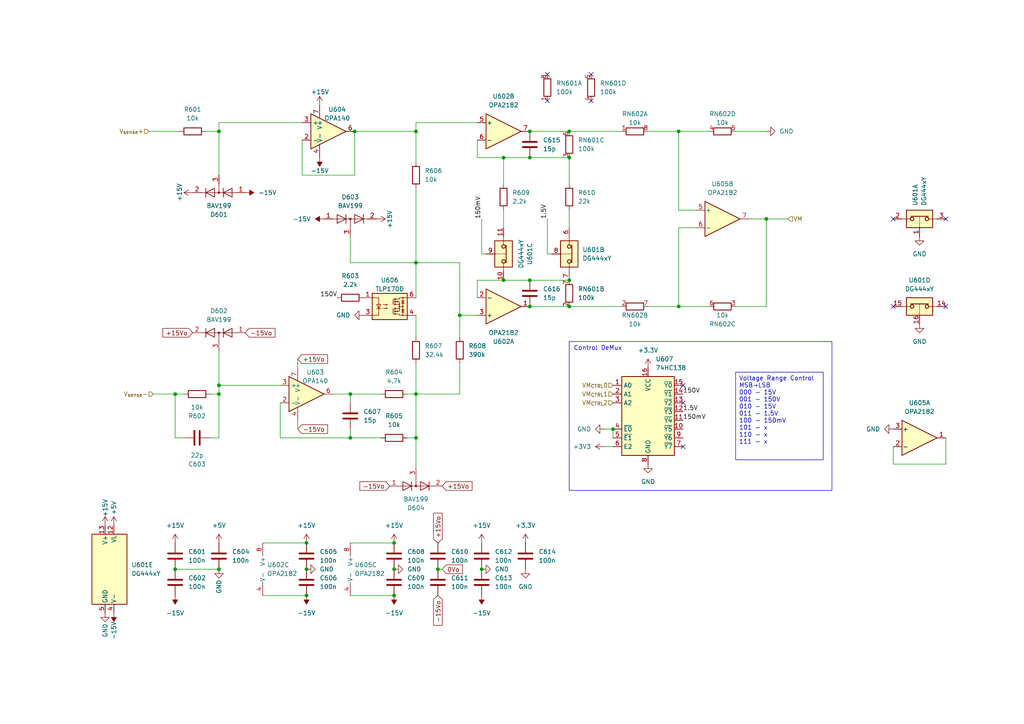
<source format=kicad_sch>
(kicad_sch (version 20231120) (generator "eeschema") (generator_version "8.0")
  (paper "A4")
  (title_block (title "DSMU A1 - Main Analogue Board, Voltage Ranging") (rev "DRAFT 1") (company "Fuckup Industries"))
  (lib_symbols
    (symbol "74xx:74HC138"
      (property "Reference" "U" (at -7.62 13.97 0))
      (property "Value" "74HC138" (at 2.54 -11.43 0))
      (symbol "74HC138_0_1"
        (rectangle (start -7.62 12.7) (end 7.62 -10.16) (stroke (width 0.254)) (fill (type background)))
      )
      (symbol "74HC138_1_1"
        (pin input line (at -10.16 10.16 0) (length 2.54) (name "A0") (number "1"))
        (pin output line (at 10.16 -2.54 180) (length 2.54) (name "~{Y5}") (number "10"))
        (pin output line (at 10.16 0 180) (length 2.54) (name "~{Y4}") (number "11"))
        (pin output line (at 10.16 2.54 180) (length 2.54) (name "~{Y3}") (number "12"))
        (pin output line (at 10.16 5.08 180) (length 2.54) (name "~{Y2}") (number "13"))
        (pin output line (at 10.16 7.62 180) (length 2.54) (name "~{Y1}") (number "14"))
        (pin output line (at 10.16 10.16 180) (length 2.54) (name "~{Y0}") (number "15"))
        (pin power_in line (at 0 15.24 270) (length 2.54) (name "VCC") (number "16"))
        (pin input line (at -10.16 7.62 0) (length 2.54) (name "A1") (number "2"))
        (pin input line (at -10.16 5.08 0) (length 2.54) (name "A2") (number "3"))
        (pin input line (at -10.16 -2.54 0) (length 2.54) (name "~{E0}") (number "4"))
        (pin input line (at -10.16 -5.08 0) (length 2.54) (name "~{E1}") (number "5"))
        (pin input line (at -10.16 -7.62 0) (length 2.54) (name "E2") (number "6"))
        (pin output line (at 10.16 -7.62 180) (length 2.54) (name "~{Y7}") (number "7"))
        (pin power_in line (at 0 -12.7 90) (length 2.54) (name "GND") (number "8"))
        (pin output line (at 10.16 -5.08 180) (length 2.54) (name "~{Y6}") (number "9"))
      )
    )
    (symbol "Analog_Switch:DG411xY" (pin_names (offset 0.254))
      (property "Reference" "U" (at -3.175 5.334 0))
      (property "Value" "DG411xY" (at -3.175 3.556 0))
      (symbol "DG411xY_1_1"
        (rectangle (start -3.81 2.54) (end 3.81 -2.54) (stroke (width 0.254)) (fill (type background)))
        (circle (center -2.159 0) (radius 0.508) (stroke (width 0.254)))
        (polyline (pts (xy -5.08 0) (xy -2.794 0)))
        (polyline (pts (xy -2.54 0.762) (xy 2.54 0.762)) (stroke (width 0.254)))
        (polyline (pts (xy 0 -2.54) (xy 0 -2.032)))
        (polyline (pts (xy 0 -1.778) (xy 0 -1.524)))
        (polyline (pts (xy 0 -1.27) (xy 0 -1.016)))
        (polyline (pts (xy 0 -0.762) (xy 0 -0.508)))
        (polyline (pts (xy 0 -0.254) (xy 0 0)))
        (polyline (pts (xy 0 0.254) (xy 0 0.508)))
        (polyline (pts (xy 5.08 0) (xy 2.794 0)))
        (circle (center 2.159 0) (radius 0.508) (stroke (width 0.254)))
        (pin input line (at 0 -5.08 90) (length 2.54) (name "~") (number "1"))
        (pin passive line (at -7.62 0 0) (length 2.54) (name "~") (number "2"))
        (pin passive line (at 7.62 0 180) (length 2.54) (name "~") (number "3"))
      )
      (symbol "DG411xY_2_1"
        (rectangle (start -3.81 2.54) (end 3.81 -2.54) (stroke (width 0.254)) (fill (type background)))
        (circle (center -2.159 0) (radius 0.508) (stroke (width 0.254)))
        (polyline (pts (xy -5.08 0) (xy -2.794 0)))
        (polyline (pts (xy -2.54 0.762) (xy 2.54 0.762)) (stroke (width 0.254)))
        (polyline (pts (xy 0 -2.54) (xy 0 -2.032)))
        (polyline (pts (xy 0 -1.778) (xy 0 -1.524)))
        (polyline (pts (xy 0 -1.27) (xy 0 -1.016)))
        (polyline (pts (xy 0 -0.762) (xy 0 -0.508)))
        (polyline (pts (xy 0 -0.254) (xy 0 0)))
        (polyline (pts (xy 0 0.254) (xy 0 0.508)))
        (polyline (pts (xy 5.08 0) (xy 2.794 0)))
        (circle (center 2.159 0) (radius 0.508) (stroke (width 0.254)))
        (pin passive line (at -7.62 0 0) (length 2.54) (name "~") (number "6"))
        (pin passive line (at 7.62 0 180) (length 2.54) (name "~") (number "7"))
        (pin input line (at 0 -5.08 90) (length 2.54) (name "~") (number "8"))
      )
      (symbol "DG411xY_3_1"
        (rectangle (start -3.81 2.54) (end 3.81 -2.54) (stroke (width 0.254)) (fill (type background)))
        (circle (center -2.159 0) (radius 0.508) (stroke (width 0.254)))
        (polyline (pts (xy -5.08 0) (xy -2.794 0)))
        (polyline (pts (xy -2.54 0.762) (xy 2.54 0.762)) (stroke (width 0.254)))
        (polyline (pts (xy 0 -2.54) (xy 0 -2.032)))
        (polyline (pts (xy 0 -1.778) (xy 0 -1.524)))
        (polyline (pts (xy 0 -1.27) (xy 0 -1.016)))
        (polyline (pts (xy 0 -0.762) (xy 0 -0.508)))
        (polyline (pts (xy 0 -0.254) (xy 0 0)))
        (polyline (pts (xy 0 0.254) (xy 0 0.508)))
        (polyline (pts (xy 5.08 0) (xy 2.794 0)))
        (circle (center 2.159 0) (radius 0.508) (stroke (width 0.254)))
        (pin passive line (at -7.62 0 0) (length 2.54) (name "~") (number "10"))
        (pin passive line (at 7.62 0 180) (length 2.54) (name "~") (number "11"))
        (pin input line (at 0 -5.08 90) (length 2.54) (name "~") (number "9"))
      )
      (symbol "DG411xY_4_1"
        (rectangle (start -3.81 2.54) (end 3.81 -2.54) (stroke (width 0.254)) (fill (type background)))
        (circle (center -2.159 0) (radius 0.508) (stroke (width 0.254)))
        (polyline (pts (xy -5.08 0) (xy -2.794 0)))
        (polyline (pts (xy -2.54 0.762) (xy 2.54 0.762)) (stroke (width 0.254)))
        (polyline (pts (xy 0 -2.54) (xy 0 -2.032)))
        (polyline (pts (xy 0 -1.778) (xy 0 -1.524)))
        (polyline (pts (xy 0 -1.27) (xy 0 -1.016)))
        (polyline (pts (xy 0 -0.762) (xy 0 -0.508)))
        (polyline (pts (xy 0 -0.254) (xy 0 0)))
        (polyline (pts (xy 0 0.254) (xy 0 0.508)))
        (polyline (pts (xy 5.08 0) (xy 2.794 0)))
        (circle (center 2.159 0) (radius 0.508) (stroke (width 0.254)))
        (pin passive line (at 7.62 0 180) (length 2.54) (name "~") (number "14"))
        (pin passive line (at -7.62 0 0) (length 2.54) (name "~") (number "15"))
        (pin input line (at 0 -5.08 90) (length 2.54) (name "~") (number "16"))
      )
      (symbol "DG411xY_5_0"
        (pin power_in line (at 2.54 12.7 270) (length 2.54) (name "VL") (number "12"))
        (pin power_in line (at 0 12.7 270) (length 2.54) (name "V+") (number "13"))
        (pin power_in line (at 2.54 -12.7 90) (length 2.54) (name "V-") (number "4"))
        (pin power_in line (at 0 -12.7 90) (length 2.54) (name "GND") (number "5"))
      )
      (symbol "DG411xY_5_1"
        (rectangle (start -3.81 10.16) (end 6.35 -10.16) (stroke (width 0.254)) (fill (type background)))
      )
    )
    (symbol "Device:C" (pin_numbers hide) (pin_names (offset 0.254))
      (property "Reference" "C" (at 0.635 2.54 0))
      (property "Value" "C" (at 0.635 -2.54 0))
      (symbol "C_0_1"
        (polyline (pts (xy -2.032 -0.762) (xy 2.032 -0.762)) (stroke (width 0.508)))
        (polyline (pts (xy -2.032 0.762) (xy 2.032 0.762)) (stroke (width 0.508)))
      )
      (symbol "C_1_1"
        (pin passive line (at 0 3.81 270) (length 2.794) (name "~") (number "1"))
        (pin passive line (at 0 -3.81 90) (length 2.794) (name "~") (number "2"))
      )
    )
    (symbol "Device:R" (pin_numbers hide) (pin_names (offset 0))
      (property "Reference" "R" (at 2.032 0 90))
      (property "Value" "R" (at 0 0 90))
      (symbol "R_0_1"
        (rectangle (start -1.016 -2.54) (end 1.016 2.54) (stroke (width 0.254)))
      )
      (symbol "R_1_1"
        (pin passive line (at 0 3.81 270) (length 1.27) (name "~") (number "1"))
        (pin passive line (at 0 -3.81 90) (length 1.27) (name "~") (number "2"))
      )
    )
    (symbol "Device:R_Pack04_Split" (pin_names (offset 0) hide)
      (property "Reference" "RN" (at 2.032 0 90))
      (property "Value" "R_Pack04_Split" (at 0 0 90))
      (symbol "R_Pack04_Split_0_1"
        (rectangle (start 1.016 2.54) (end -1.016 -2.54) (stroke (width 0.254)))
      )
      (symbol "R_Pack04_Split_1_1"
        (pin passive line (at 0 -3.81 90) (length 1.27) (name "R1.1") (number "1"))
        (pin passive line (at 0 3.81 270) (length 1.27) (name "R1.2") (number "8"))
      )
      (symbol "R_Pack04_Split_2_1"
        (pin passive line (at 0 -3.81 90) (length 1.27) (name "R2.1") (number "2"))
        (pin passive line (at 0 3.81 270) (length 1.27) (name "R2.2") (number "7"))
      )
      (symbol "R_Pack04_Split_3_1"
        (pin passive line (at 0 -3.81 90) (length 1.27) (name "R3.1") (number "3"))
        (pin passive line (at 0 3.81 270) (length 1.27) (name "R3.2") (number "6"))
      )
      (symbol "R_Pack04_Split_4_1"
        (pin passive line (at 0 -3.81 90) (length 1.27) (name "R4.1") (number "4"))
        (pin passive line (at 0 3.81 270) (length 1.27) (name "R4.2") (number "5"))
      )
    )
    (symbol "Diode:BAV99" (pin_names hide)
      (property "Reference" "D" (at 0 5.08 0))
      (property "Value" "BAV99" (at 0 2.54 0))
      (symbol "BAV99_0_1"
        (polyline (pts (xy -5.08 0) (xy 5.08 0)))
      )
      (symbol "BAV99_1_1"
        (polyline (pts (xy 0 0) (xy 0 -2.54)))
        (polyline (pts (xy -1.27 -1.27) (xy -1.27 1.27) (xy -1.27 1.27)) (stroke (width 0.2032)))
        (polyline (pts (xy 3.81 1.27) (xy 3.81 -1.27) (xy 3.81 -1.27)) (stroke (width 0.2032)))
        (polyline (pts (xy -3.81 1.27) (xy -1.27 0) (xy -3.81 -1.27) (xy -3.81 1.27) (xy -3.81 1.27) (xy -3.81 1.27)) (stroke (width 0.2032)))
        (polyline (pts (xy 1.27 1.27) (xy 3.81 0) (xy 1.27 -1.27) (xy 1.27 1.27) (xy 1.27 1.27) (xy 1.27 1.27)) (stroke (width 0.2032)))
        (circle (center 0 0) (radius 0.254) (fill (type outline)))
        (pin passive line (at -7.62 0 0) (length 2.54) (name "K") (number "1"))
        (pin passive line (at 7.62 0 180) (length 2.54) (name "A") (number "2"))
        (pin passive line (at 0 -5.08 90) (length 2.54) (name "K") (number "3"))
      )
    )
    (symbol "GND_1" (power) (pin_numbers hide) (pin_names (offset 0) hide)
      (property "Value" "GND" (at 0 -3.81 0))
      (symbol "GND_1_0_1"
        (polyline (pts (xy 0 0) (xy 0 -1.27) (xy 1.27 -1.27) (xy 0 -2.54) (xy -1.27 -1.27) (xy 0 -1.27)))
      )
      (symbol "GND_1_1_1"
        (pin power_in line (at 0 0 270) (length 0) (name "~") (number "1"))
      )
    )
    (symbol "GND_2" (power) (pin_numbers hide) (pin_names (offset 0) hide)
      (property "Value" "GND" (at 0 -3.81 0))
      (symbol "GND_2_0_1"
        (polyline (pts (xy 0 0) (xy 0 -1.27) (xy 1.27 -1.27) (xy 0 -2.54) (xy -1.27 -1.27) (xy 0 -1.27)))
      )
      (symbol "GND_2_1_1"
        (pin power_in line (at 0 0 270) (length 0) (name "~") (number "1"))
      )
    )
    (symbol "OPAx140:OPA140"
      (property "Reference" "U" (at 1.27 6.35 0))
      (property "Value" "OPA140" (at 3.81 3.81 0))
      (symbol "OPA140_0_1"
        (polyline (pts (xy -5.08 5.08) (xy 5.08 0) (xy -5.08 -5.08) (xy -5.08 5.08)) (stroke (width 0.254)) (fill (type background)))
      )
      (symbol "OPA140_1_1"
        (pin input line (at -7.62 -2.54 0) (length 2.54) (name "-") (number "2"))
        (pin input line (at -7.62 2.54 0) (length 2.54) (name "+") (number "3"))
        (pin power_in line (at -2.54 -7.62 90) (length 3.81) (name "V-") (number "4"))
        (pin output line (at 7.62 0 180) (length 2.54) (name "~") (number "6"))
        (pin power_in line (at -2.54 7.62 270) (length 3.81) (name "V+") (number "7"))
      )
    )
    (symbol "Relay_SolidState:TLP175A"
      (property "Reference" "U" (at -5.08 4.953 0))
      (property "Value" "TLP175A" (at -5.08 -5.08 0))
      (symbol "TLP175A_0_1"
        (rectangle (start -5.08 3.81) (end 5.08 -3.81) (stroke (width 0.254)) (fill (type background)))
        (polyline (pts (xy -3.81 -0.635) (xy -2.54 -0.635)))
        (polyline (pts (xy 1.016 -0.635) (xy 1.016 -2.159)) (stroke (width 0.2032)))
        (polyline (pts (xy 1.016 2.159) (xy 1.016 0.635)) (stroke (width 0.2032)))
        (polyline (pts (xy 1.524 -0.508) (xy 1.524 -0.762)) (stroke (width 0.3556)))
        (polyline (pts (xy 2.794 0) (xy 3.81 0)))
        (polyline (pts (xy 3.429 -1.651) (xy 4.191 -1.651)))
        (polyline (pts (xy 3.429 1.651) (xy 4.191 1.651)))
        (polyline (pts (xy 3.81 -2.54) (xy 3.81 2.54)))
        (polyline (pts (xy 1.524 -2.032) (xy 1.524 -2.286) (xy 1.524 -2.286)) (stroke (width 0.3556)))
        (polyline (pts (xy 1.524 -1.27) (xy 1.524 -1.524) (xy 1.524 -1.524)) (stroke (width 0.3556)))
        (polyline (pts (xy 1.524 0.762) (xy 1.524 0.508) (xy 1.524 0.508)) (stroke (width 0.3556)))
        (polyline (pts (xy 1.524 1.524) (xy 1.524 1.27) (xy 1.524 1.27)) (stroke (width 0.3556)))
        (polyline (pts (xy 1.524 2.286) (xy 1.524 2.032) (xy 1.524 2.032)) (stroke (width 0.3556)))
        (polyline (pts (xy 1.651 -1.397) (xy 2.794 -1.397) (xy 2.794 -0.635)))
        (polyline (pts (xy 1.651 1.397) (xy 2.794 1.397) (xy 2.794 0.635)))
        (polyline (pts (xy -5.08 2.54) (xy -3.175 2.54) (xy -3.175 -2.54) (xy -5.08 -2.54)))
        (polyline (pts (xy -3.175 -0.635) (xy -3.81 0.635) (xy -2.54 0.635) (xy -3.175 -0.635)))
        (polyline (pts (xy 1.651 -2.159) (xy 2.794 -2.159) (xy 2.794 -2.54) (xy 5.08 -2.54)))
        (polyline (pts (xy 1.651 -0.635) (xy 2.794 -0.635) (xy 2.794 0.635) (xy 1.651 0.635)))
        (polyline (pts (xy 1.651 2.159) (xy 2.794 2.159) (xy 2.794 2.54) (xy 5.08 2.54)))
        (polyline (pts (xy 1.778 -1.397) (xy 2.286 -1.27) (xy 2.286 -1.524) (xy 1.778 -1.397)))
        (polyline (pts (xy 1.778 1.397) (xy 2.286 1.524) (xy 2.286 1.27) (xy 1.778 1.397)))
        (polyline (pts (xy 3.81 -1.651) (xy 3.429 -0.889) (xy 4.191 -0.889) (xy 3.81 -1.651)))
        (polyline (pts (xy 3.81 1.651) (xy 3.429 0.889) (xy 4.191 0.889) (xy 3.81 1.651)))
        (polyline (pts (xy -1.905 -0.508) (xy -0.635 -0.508) (xy -1.016 -0.635) (xy -1.016 -0.381) (xy -0.635 -0.508)))
        (polyline (pts (xy -1.905 0.508) (xy -0.635 0.508) (xy -1.016 0.381) (xy -1.016 0.635) (xy -0.635 0.508)))
        (circle (center 2.794 -0.635) (radius 0.127))
        (circle (center 2.794 0) (radius 0.127))
        (circle (center 2.794 0.635) (radius 0.127))
        (circle (center 3.81 -2.54) (radius 0.127))
        (circle (center 3.81 0) (radius 0.127))
        (circle (center 3.81 2.54) (radius 0.127))
      )
      (symbol "TLP175A_1_1"
        (pin passive line (at -7.62 2.54 0) (length 2.54) (name "~") (number "1"))
        (pin passive line (at -7.62 -2.54 0) (length 2.54) (name "~") (number "3"))
        (pin passive line (at 7.62 -2.54 180) (length 2.54) (name "~") (number "4"))
        (pin passive line (at 7.62 2.54 180) (length 2.54) (name "~") (number "6"))
      )
    )
    (symbol "opax182:OPA2182" (pin_names (offset 0.127))
      (property "Reference" "U" (at 0 5.08 0))
      (property "Value" "OPA2182" (at 0 -5.08 0))
      (symbol "OPA2182_1_1"
        (polyline (pts (xy -5.08 5.08) (xy 5.08 0) (xy -5.08 -5.08) (xy -5.08 5.08)) (stroke (width 0.254)) (fill (type background)))
        (pin output line (at 7.62 0 180) (length 2.54) (name "~") (number "1"))
        (pin input line (at -7.62 -2.54 0) (length 2.54) (name "-") (number "2"))
        (pin input line (at -7.62 2.54 0) (length 2.54) (name "+") (number "3"))
      )
      (symbol "OPA2182_2_1"
        (polyline (pts (xy -5.08 5.08) (xy 5.08 0) (xy -5.08 -5.08) (xy -5.08 5.08)) (stroke (width 0.254)) (fill (type background)))
        (pin input line (at -7.62 2.54 0) (length 2.54) (name "+") (number "5"))
        (pin input line (at -7.62 -2.54 0) (length 2.54) (name "-") (number "6"))
        (pin output line (at 7.62 0 180) (length 2.54) (name "~") (number "7"))
      )
      (symbol "OPA2182_3_1"
        (pin power_in line (at -2.54 -7.62 90) (length 3.81) (name "V-") (number "4"))
        (pin power_in line (at -2.54 7.62 270) (length 3.81) (name "V+") (number "8"))
      )
    )
    (symbol "power:+15V" (power) (pin_names (offset 0))
      (property "Value" "+15V" (at 0 3.556 0))
      (symbol "+15V_0_1"
        (polyline (pts (xy -0.762 1.27) (xy 0 2.54)))
        (polyline (pts (xy 0 0) (xy 0 2.54)))
        (polyline (pts (xy 0 2.54) (xy 0.762 1.27)))
      )
      (symbol "+15V_1_1"
        (pin power_in line (at 0 0 90) (length 0) hide (name "+15V") (number "1"))
      )
    )
    (symbol "power:+3.3V" (power) (pin_numbers hide) (pin_names (offset 0) hide)
      (property "Value" "+3.3V" (at 0 3.556 0))
      (symbol "+3.3V_0_1"
        (polyline (pts (xy -0.762 1.27) (xy 0 2.54)))
        (polyline (pts (xy 0 0) (xy 0 2.54)))
        (polyline (pts (xy 0 2.54) (xy 0.762 1.27)))
      )
      (symbol "+3.3V_1_1"
        (pin power_in line (at 0 0 90) (length 0) (name "~") (number "1"))
      )
    )
    (symbol "power:+3V3" (power) (pin_numbers hide) (pin_names (offset 0) hide)
      (property "Value" "+3V3" (at 0 3.556 0))
      (symbol "+3V3_0_1"
        (polyline (pts (xy -0.762 1.27) (xy 0 2.54)))
        (polyline (pts (xy 0 0) (xy 0 2.54)))
        (polyline (pts (xy 0 2.54) (xy 0.762 1.27)))
      )
      (symbol "+3V3_1_1"
        (pin power_in line (at 0 0 90) (length 0) (name "~") (number "1"))
      )
    )
    (symbol "power:+5V" (power) (pin_numbers hide) (pin_names (offset 0) hide)
      (property "Value" "+5V" (at 0 3.556 0))
      (symbol "+5V_0_1"
        (polyline (pts (xy -0.762 1.27) (xy 0 2.54)))
        (polyline (pts (xy 0 0) (xy 0 2.54)))
        (polyline (pts (xy 0 2.54) (xy 0.762 1.27)))
      )
      (symbol "+5V_1_1"
        (pin power_in line (at 0 0 90) (length 0) (name "~") (number "1"))
      )
    )
    (symbol "power:-15V" (power) (pin_names (offset 0))
      (property "Value" "-15V" (at 0 3.81 0))
      (symbol "-15V_0_0"
        (pin power_in line (at 0 0 90) (length 0) hide (name "-15V") (number "1"))
      )
      (symbol "-15V_0_1"
        (polyline (pts (xy 0 0) (xy 0 1.27) (xy 0.762 1.27) (xy 0 2.54) (xy -0.762 1.27) (xy 0 1.27)) (fill (type outline)))
      )
    )
    (symbol "power:GND" (power) (pin_names (offset 0))
      (property "Value" "GND" (at 0 -3.81 0))
      (symbol "GND_0_1"
        (polyline (pts (xy 0 0) (xy 0 -1.27) (xy 1.27 -1.27) (xy 0 -2.54) (xy -1.27 -1.27) (xy 0 -1.27)))
      )
      (symbol "GND_1_1"
        (pin power_in line (at 0 0 270) (length 0) hide (name "GND") (number "1"))
      )
    )
  )
  (junction (at 50.8 165.1))
  (junction (at 114.3 172.72))
  (junction (at 88.9 157.48))
  (junction (at 153.67 81.28))
  (junction (at 222.25 63.5))
  (junction (at 101.6 127))
  (junction (at 133.35 91.44))
  (junction (at 165.1 45.72))
  (junction (at 88.9 172.72))
  (junction (at 63.5 114.3))
  (junction (at 50.8 114.3))
  (junction (at 120.65 76.2))
  (junction (at 120.65 127))
  (junction (at 120.65 114.3))
  (junction (at 114.3 165.1))
  (junction (at 153.67 45.72))
  (junction (at 63.5 165.1))
  (junction (at 63.5 111.76))
  (junction (at 196.85 88.9))
  (junction (at 63.5 38.1))
  (junction (at 165.1 81.28))
  (junction (at 196.85 38.1))
  (junction (at 177.8 124.46))
  (junction (at 153.67 88.9))
  (junction (at 139.7 165.1))
  (junction (at 101.6 114.3))
  (junction (at 120.65 38.1))
  (junction (at 165.1 38.1))
  (junction (at 88.9 165.1))
  (junction (at 127 165.1))
  (junction (at 146.05 45.72))
  (junction (at 146.05 81.28))
  (junction (at 153.67 38.1))
  (junction (at 102.87 38.1))
  (junction (at 165.1 88.9))
  (junction (at 114.3 157.48))
  (no_connect (at 171.45 21.59))
  (no_connect (at 198.12 111.76))
  (no_connect (at 274.32 88.9))
  (no_connect (at 259.08 63.5))
  (no_connect (at 274.32 63.5))
  (no_connect (at 198.12 129.54))
  (no_connect (at 158.75 21.59))
  (no_connect (at 158.75 29.21))
  (no_connect (at 259.08 88.9))
  (no_connect (at 198.12 116.84))
  (no_connect (at 171.45 29.21))
  (wire (pts (xy 120.65 76.2) (xy 120.65 86.36)))
  (wire (pts (xy 139.7 73.66) (xy 140.97 73.66)))
  (wire (pts (xy 101.6 76.2) (xy 101.6 68.58)))
  (wire (pts (xy 196.85 38.1) (xy 205.74 38.1)))
  (wire (pts (xy 86.36 104.14) (xy 86.36 106.68)))
  (wire (pts (xy 43.18 38.1) (xy 52.07 38.1)))
  (wire (pts (xy 63.5 111.76) (xy 81.28 111.76)))
  (wire (pts (xy 50.8 114.3) (xy 50.8 127)))
  (wire (pts (xy 101.6 172.72) (xy 114.3 172.72)))
  (wire (pts (xy 101.6 157.48) (xy 114.3 157.48)))
  (wire (pts (xy 153.67 88.9) (xy 165.1 88.9)))
  (wire (pts (xy 139.7 63.5) (xy 139.7 73.66)))
  (wire (pts (xy 127 165.1) (xy 128.27 165.1)))
  (wire (pts (xy 101.6 127) (xy 81.28 127)))
  (wire (pts (xy 76.2 157.48) (xy 88.9 157.48)))
  (wire (pts (xy 196.85 66.04) (xy 201.93 66.04)))
  (wire (pts (xy 102.87 38.1) (xy 102.87 50.8)))
  (wire (pts (xy 165.1 88.9) (xy 180.34 88.9)))
  (wire (pts (xy 196.85 60.96) (xy 201.93 60.96)))
  (wire (pts (xy 63.5 114.3) (xy 63.5 127)))
  (wire (pts (xy 274.32 134.62) (xy 274.32 127)))
  (wire (pts (xy 44.45 114.3) (xy 50.8 114.3)))
  (wire (pts (xy 175.26 129.54) (xy 177.8 129.54)))
  (wire (pts (xy 101.6 124.46) (xy 101.6 127)))
  (wire (pts (xy 187.96 38.1) (xy 196.85 38.1)))
  (wire (pts (xy 146.05 45.72) (xy 153.67 45.72)))
  (wire (pts (xy 63.5 38.1) (xy 63.5 50.8)))
  (wire (pts (xy 120.65 38.1) (xy 120.65 35.56)))
  (wire (pts (xy 175.26 124.46) (xy 177.8 124.46)))
  (wire (pts (xy 101.6 114.3) (xy 101.6 116.84)))
  (wire (pts (xy 133.35 114.3) (xy 120.65 114.3)))
  (wire (pts (xy 59.69 38.1) (xy 63.5 38.1)))
  (wire (pts (xy 158.75 73.66) (xy 160.02 73.66)))
  (wire (pts (xy 196.85 88.9) (xy 205.74 88.9)))
  (wire (pts (xy 133.35 91.44) (xy 138.43 91.44)))
  (wire (pts (xy 87.63 40.64) (xy 87.63 50.8)))
  (wire (pts (xy 133.35 76.2) (xy 133.35 91.44)))
  (wire (pts (xy 177.8 124.46) (xy 177.8 127)))
  (wire (pts (xy 120.65 105.41) (xy 120.65 114.3)))
  (wire (pts (xy 63.5 127) (xy 60.96 127)))
  (wire (pts (xy 146.05 45.72) (xy 146.05 53.34)))
  (wire (pts (xy 133.35 105.41) (xy 133.35 114.3)))
  (wire (pts (xy 196.85 38.1) (xy 196.85 60.96)))
  (wire (pts (xy 146.05 81.28) (xy 153.67 81.28)))
  (wire (pts (xy 50.8 114.3) (xy 53.34 114.3)))
  (wire (pts (xy 153.67 45.72) (xy 165.1 45.72)))
  (wire (pts (xy 120.65 127) (xy 120.65 135.89)))
  (wire (pts (xy 50.8 127) (xy 53.34 127)))
  (wire (pts (xy 158.75 63.5) (xy 158.75 73.66)))
  (wire (pts (xy 222.25 63.5) (xy 222.25 88.9)))
  (wire (pts (xy 138.43 40.64) (xy 138.43 45.72)))
  (wire (pts (xy 60.96 114.3) (xy 63.5 114.3)))
  (wire (pts (xy 76.2 172.72) (xy 88.9 172.72)))
  (wire (pts (xy 101.6 127) (xy 110.49 127)))
  (wire (pts (xy 213.36 88.9) (xy 222.25 88.9)))
  (wire (pts (xy 120.65 91.44) (xy 120.65 97.79)))
  (wire (pts (xy 213.36 38.1) (xy 222.25 38.1)))
  (wire (pts (xy 87.63 50.8) (xy 102.87 50.8)))
  (wire (pts (xy 222.25 63.5) (xy 228.6 63.5)))
  (wire (pts (xy 50.8 165.1) (xy 63.5 165.1)))
  (wire (pts (xy 187.96 88.9) (xy 196.85 88.9)))
  (wire (pts (xy 118.11 114.3) (xy 120.65 114.3)))
  (wire (pts (xy 165.1 60.96) (xy 165.1 66.04)))
  (wire (pts (xy 133.35 91.44) (xy 133.35 97.79)))
  (wire (pts (xy 63.5 35.56) (xy 87.63 35.56)))
  (wire (pts (xy 102.87 38.1) (xy 120.65 38.1)))
  (wire (pts (xy 63.5 101.6) (xy 63.5 111.76)))
  (wire (pts (xy 120.65 54.61) (xy 120.65 76.2)))
  (wire (pts (xy 120.65 76.2) (xy 133.35 76.2)))
  (wire (pts (xy 120.65 76.2) (xy 101.6 76.2)))
  (wire (pts (xy 101.6 114.3) (xy 110.49 114.3)))
  (wire (pts (xy 165.1 45.72) (xy 165.1 53.34)))
  (wire (pts (xy 96.52 114.3) (xy 101.6 114.3)))
  (wire (pts (xy 118.11 127) (xy 120.65 127)))
  (wire (pts (xy 120.65 127) (xy 120.65 114.3)))
  (wire (pts (xy 138.43 81.28) (xy 146.05 81.28)))
  (wire (pts (xy 120.65 38.1) (xy 120.65 46.99)))
  (wire (pts (xy 86.36 124.46) (xy 86.36 121.92)))
  (wire (pts (xy 138.43 86.36) (xy 138.43 81.28)))
  (wire (pts (xy 259.08 134.62) (xy 274.32 134.62)))
  (wire (pts (xy 259.08 129.54) (xy 259.08 134.62)))
  (wire (pts (xy 153.67 81.28) (xy 165.1 81.28)))
  (wire (pts (xy 81.28 127) (xy 81.28 116.84)))
  (wire (pts (xy 63.5 114.3) (xy 63.5 111.76)))
  (wire (pts (xy 63.5 35.56) (xy 63.5 38.1)))
  (wire (pts (xy 165.1 38.1) (xy 180.34 38.1)))
  (wire (pts (xy 146.05 60.96) (xy 146.05 66.04)))
  (wire (pts (xy 153.67 38.1) (xy 165.1 38.1)))
  (wire (pts (xy 138.43 45.72) (xy 146.05 45.72)))
  (wire (pts (xy 196.85 66.04) (xy 196.85 88.9)))
  (wire (pts (xy 120.65 35.56) (xy 138.43 35.56)))
  (wire (pts (xy 222.25 63.5) (xy 217.17 63.5)))
  (rectangle (start 165.1 99.06) (end 241.3 142.24))
  (text_box "Voltage Range Control\nMSB→LSB\n000 - 15V\n001 - 150V\n010 - 15V\n011 - 1.5V\n100 - 150mV\n101 - x\n110 - x\n111 - x" (at 213.36 107.95 0) (size 25.4 25.4) (effects (font (size 1.27 1.27)) (justify left top)))
  (text "Control DeMux" (at 166.37 100.33 0) (effects (font (size 1.27 1.27)) (justify left top)))
  (label "1.5V" (at 198.12 119.38 0))
  (label "150mV" (at 198.12 121.92 0))
  (label "150mV" (at 139.7 63.5 90))
  (label "1.5V" (at 158.75 63.5 90))
  (label "150V" (at 97.79 86.36 180))
  (label "150V" (at 198.12 114.3 0))
  (global_label "-15Vo" (shape input) (at 86.36 124.46 0) (property "Intersheetrefs" "${INTERSHEET_REFS}" (effects (hide yes))))
  (global_label "-15Vo" (shape input) (at 127 172.72 270) (property "Intersheetrefs" "${INTERSHEET_REFS}" (effects (hide yes))))
  (global_label "-15Vo" (shape input) (at 113.03 140.97 180) (property "Intersheetrefs" "${INTERSHEET_REFS}" (effects (hide yes))))
  (global_label "+15Vo" (shape input) (at 128.27 140.97 0) (property "Intersheetrefs" "${INTERSHEET_REFS}" (effects (hide yes))))
  (global_label "0Vo" (shape input) (at 128.27 165.1 0) (property "Intersheetrefs" "${INTERSHEET_REFS}" (effects (hide yes))))
  (global_label "-15Vo" (shape input) (at 71.12 96.52 0) (property "Intersheetrefs" "${INTERSHEET_REFS}" (effects (hide yes))))
  (global_label "+15Vo" (shape input) (at 55.88 96.52 180) (property "Intersheetrefs" "${INTERSHEET_REFS}" (effects (hide yes))))
  (global_label "+15Vo" (shape input) (at 86.36 104.14 0) (property "Intersheetrefs" "${INTERSHEET_REFS}" (effects (hide yes))))
  (global_label "+15Vo" (shape input) (at 127 157.48 90) (property "Intersheetrefs" "${INTERSHEET_REFS}" (effects (hide yes))))
  (hierarchical_label "VM_{CTRL}2" (shape input) (at 177.8 116.84 180))
  (hierarchical_label "VM_{CTRL}1" (shape input) (at 177.8 114.3 180))
  (hierarchical_label "VM" (shape input) (at 228.6 63.5 0))
  (hierarchical_label "V_{sense}-" (shape input) (at 44.45 114.3 180))
  (hierarchical_label "V_{sense}+" (shape input) (at 43.18 38.1 180))
  (hierarchical_label "VM_{CTRL}0" (shape input) (at 177.8 111.76 180))
  (symbol (lib_id "Analog_Switch:DG411xY") (at 30.48 165.1 0) (unit 5)
    (property "Reference" "U601" (at 38.1 163.8299 0) (effects (justify left)))
    (property "Value" "DG444xY" (at 38.1 166.3699 0) (effects (justify left)))
    (property "Footprint" "Package_SO:SOIC-16_3.9x9.9mm_P1.27mm" (effects (hide yes)))
    (property "Datasheet" "https://datasheets.maximintegrated.com/en/ds/DG411-DG413.pdf" (effects (hide yes)))
    (property "Description" "Quad SPST Monolithic CMOS Analog Switches, normally ON, 17Ohm Ron, SOIC-16" (effects (hide yes)))
  )
  (symbol (lib_id "Device:R_Pack04_Split") (at 171.45 25.4 0) (unit 4)
    (property "Reference" "RN601" (at 173.99 24.1299 0) (effects (justify left)))
    (property "Value" "100k" (at 173.99 26.6699 0) (effects (justify left)))
    (property "Footprint" "Resistor_SMD:R_Array_Concave_4x0603" (effects (hide yes)))
    (property "Description" "4 resistor network, parallel topology, split" (effects (hide yes)))
  )
  (symbol (lib_id "Device:R") (at 120.65 50.8 0) (unit 1)
    (property "Reference" "R606" (at 123.19 49.53 0) (effects (justify left)))
    (property "Value" "10k" (at 123.19 52.07 0) (effects (justify left)))
    (property "Footprint" "Resistor_SMD:R_0603_1608Metric" (effects (hide yes)))
  )
  (symbol (lib_id "power:+5V") (at 63.5 157.48 0) (unit 1)
    (property "Reference" "#PWR0608" (effects (hide yes)))
    (property "Value" "+5V" (at 63.5 152.4 0))
    (property "Description" "Power symbol creates a global label with name \"+5V\"" (effects (hide yes)))
  )
  (symbol (lib_id "Device:C") (at 50.8 168.91 0) (unit 1)
    (property "Reference" "C602" (at 54.61 167.64 0) (effects (justify left)))
    (property "Value" "100n" (at 54.61 170.18 0) (effects (justify left)))
    (property "Footprint" "Capacitor_SMD:C_0603_1608Metric" (effects (hide yes)))
  )
  (symbol (lib_id "power:GND") (at 63.5 165.1 0) (unit 1)
    (property "Reference" "#PWR0609" (effects (hide yes)))
    (property "Value" "GND" (at 63.5 170.18 90))
  )
  (symbol (lib_id "Device:C") (at 139.7 161.29 0) (unit 1)
    (property "Reference" "C612" (at 143.51 160.02 0) (effects (justify left)))
    (property "Value" "100n" (at 143.51 162.56 0) (effects (justify left)))
    (property "Footprint" "Capacitor_SMD:C_0603_1608Metric" (effects (hide yes)))
  )
  (symbol (lib_id "power:GND") (at 139.7 165.1 90) (unit 1)
    (property "Reference" "#PWR0623" (effects (hide yes)))
    (property "Value" "GND" (at 143.51 165.1 90) (effects (justify right)))
  )
  (symbol (lib_id "Device:R") (at 55.88 38.1 90) (unit 1)
    (property "Reference" "R601" (at 55.88 31.75 90))
    (property "Value" "10k" (at 55.88 34.29 90))
    (property "Footprint" "Resistor_SMD:R_0603_1608Metric" (effects (hide yes)))
  )
  (symbol (lib_id "Device:C") (at 153.67 41.91 0) (unit 1)
    (property "Reference" "C615" (at 157.48 40.64 0) (effects (justify left)))
    (property "Value" "15p" (at 157.48 43.18 0) (effects (justify left)))
    (property "Footprint" "Capacitor_SMD:C_0603_1608Metric" (effects (hide yes)))
  )
  (symbol (lib_id "power:-15V") (at 114.3 172.72 180) (unit 1)
    (property "Reference" "#PWR0621" (effects (hide yes)))
    (property "Value" "-15V" (at 114.3 177.8 0))
  )
  (symbol (lib_id "Device:R_Pack04_Split") (at 209.55 88.9 90) (mirror x) (unit 3)
    (property "Reference" "RN602" (at 209.55 93.98 90))
    (property "Value" "10k" (at 209.55 91.44 90))
    (property "Footprint" "Resistor_SMD:R_Array_Concave_4x0603" (effects (hide yes)))
    (property "Description" "4 resistor network, parallel topology, split" (effects (hide yes)))
  )
  (symbol (lib_id "Device:R") (at 120.65 101.6 0) (unit 1)
    (property "Reference" "R607" (at 123.19 100.33 0) (effects (justify left)))
    (property "Value" "32.4k" (at 123.19 102.87 0) (effects (justify left)))
    (property "Footprint" "Resistor_SMD:R_0805_2012Metric" (effects (hide yes)))
  )
  (symbol (lib_id "power:+15V") (at 109.22 63.5 270) (unit 1)
    (property "Reference" "#PWR0618" (effects (hide yes)))
    (property "Value" "+15V" (at 113.03 60.96 0) (effects (justify left)))
  )
  (symbol (lib_id "power:GND") (at 105.41 91.44 270) (unit 1)
    (property "Reference" "#PWR0617" (effects (hide yes)))
    (property "Value" "GND" (at 101.6 91.44 90) (effects (justify right)))
  )
  (symbol (lib_id "Device:R_Pack04_Split") (at 184.15 88.9 270) (unit 2)
    (property "Reference" "RN602" (at 184.15 91.44 90))
    (property "Value" "10k" (at 184.15 93.98 90))
    (property "Footprint" "Resistor_SMD:R_Array_Concave_4x0603" (effects (hide yes)))
    (property "Description" "4 resistor network, parallel topology, split" (effects (hide yes)))
  )
  (symbol (lib_id "Device:R_Pack04_Split") (at 184.15 38.1 270) (unit 1)
    (property "Reference" "RN602" (at 184.15 33.02 90))
    (property "Value" "10k" (at 184.15 35.56 90))
    (property "Footprint" "Resistor_SMD:R_Array_Concave_4x0603" (effects (hide yes)))
    (property "Description" "4 resistor network, parallel topology, split" (effects (hide yes)))
  )
  (symbol (lib_id "Device:C") (at 114.3 168.91 0) (unit 1)
    (property "Reference" "C609" (at 118.11 167.64 0) (effects (justify left)))
    (property "Value" "100n" (at 118.11 170.18 0) (effects (justify left)))
    (property "Footprint" "Capacitor_SMD:C_0603_1608Metric" (effects (hide yes)))
  )
  (symbol (lib_id "Diode:BAV99") (at 63.5 96.52 0) (mirror y) (unit 1)
    (property "Reference" "D602" (at 63.5 90.17 0))
    (property "Value" "BAV199" (at 63.5 92.71 0))
    (property "Footprint" "Package_TO_SOT_SMD:SOT-23" (effects (hide yes)))
    (property "Datasheet" "https://assets.nexperia.com/documents/data-sheet/BAV199_SER.pdf" (effects (hide yes)))
  )
  (symbol (lib_id "Device:R") (at 114.3 127 90) (unit 1)
    (property "Reference" "R605" (at 114.3 120.65 90))
    (property "Value" "10k" (at 114.3 123.19 90))
    (property "Footprint" "Resistor_SMD:R_0603_1608Metric" (effects (hide yes)))
  )
  (symbol (lib_id "Relay_SolidState:TLP175A") (at 113.03 88.9 0) (unit 1)
    (property "Reference" "U606" (at 113.03 81.28 0))
    (property "Value" "TLP170D" (at 113.03 83.82 0))
    (property "Footprint" "Package_SO:MFSOP6-4_4.4x3.6mm_P1.27mm" (effects (hide yes)))
    (property "Datasheet" "https://toshiba.semicon-storage.com/info/docget.jsp?did=13665&prodName=TLP175A" (effects (hide yes)))
  )
  (symbol (lib_id "power:-15V") (at 88.9 172.72 180) (unit 1)
    (property "Reference" "#PWR0613" (effects (hide yes)))
    (property "Value" "-15V" (at 88.9 177.8 0))
  )
  (symbol (lib_id "Analog_Switch:DG411xY") (at 165.1 73.66 270) (unit 2)
    (property "Reference" "U601" (at 168.91 72.3899 90) (effects (justify left)))
    (property "Value" "DG444xY" (at 168.91 74.9299 90) (effects (justify left)))
    (property "Footprint" "Package_SO:SOIC-16_3.9x9.9mm_P1.27mm" (effects (hide yes)))
    (property "Datasheet" "https://datasheets.maximintegrated.com/en/ds/DG411-DG413.pdf" (effects (hide yes)))
    (property "Description" "Quad SPST Monolithic CMOS Analog Switches, normally ON, 17Ohm Ron, SOIC-16" (effects (hide yes)))
  )
  (symbol (lib_id "power:+15V") (at 88.9 157.48 0) (unit 1)
    (property "Reference" "#PWR0611" (effects (hide yes)))
    (property "Value" "+15V" (at 88.9 152.4 0))
  )
  (symbol (lib_id "power:-15V") (at 50.8 172.72 180) (unit 1)
    (property "Reference" "#PWR0606" (effects (hide yes)))
    (property "Value" "-15V" (at 50.8 177.8 0))
  )
  (symbol (lib_id "Device:R_Pack04_Split") (at 209.55 38.1 270) (unit 4)
    (property "Reference" "RN602" (at 209.55 33.02 90))
    (property "Value" "10k" (at 209.55 35.56 90))
    (property "Footprint" "Resistor_SMD:R_Array_Concave_4x0603" (effects (hide yes)))
    (property "Description" "4 resistor network, parallel topology, split" (effects (hide yes)))
  )
  (symbol (lib_id "Device:R") (at 101.6 86.36 90) (unit 1)
    (property "Reference" "R603" (at 101.6 80.01 90))
    (property "Value" "2.2k" (at 101.6 82.55 90))
    (property "Footprint" "Resistor_SMD:R_0603_1608Metric" (effects (hide yes)))
  )
  (symbol (lib_id "Device:R") (at 57.15 114.3 90) (mirror x) (unit 1)
    (property "Reference" "R602" (at 57.15 120.65 90))
    (property "Value" "10k" (at 57.15 118.11 90))
    (property "Footprint" "Resistor_SMD:R_0603_1608Metric" (effects (hide yes)))
  )
  (symbol (lib_id "Diode:BAV99") (at 63.5 55.88 180) (unit 1)
    (property "Reference" "D601" (at 63.5 62.23 0))
    (property "Value" "BAV199" (at 63.5 59.69 0))
    (property "Footprint" "Package_TO_SOT_SMD:SOT-23" (effects (hide yes)))
    (property "Datasheet" "https://assets.nexperia.com/documents/data-sheet/BAV199_SER.pdf" (effects (hide yes)))
  )
  (symbol (lib_id "Device:R") (at 146.05 57.15 0) (unit 1)
    (property "Reference" "R609" (at 148.59 55.88 0) (effects (justify left)))
    (property "Value" "2.2k" (at 148.59 58.42 0) (effects (justify left)))
    (property "Footprint" "Resistor_SMD:R_0603_1608Metric" (effects (hide yes)))
  )
  (symbol (lib_name "GND_1") (lib_id "power:GND") (at 266.7 93.98 0) (unit 1)
    (property "Reference" "#PWR0634" (effects (hide yes)))
    (property "Value" "GND" (at 266.7 99.06 0))
    (property "Description" "Power symbol creates a global label with name \"GND\" , ground" (effects (hide yes)))
  )
  (symbol (lib_id "OPAx140:OPA140") (at 88.9 114.3 0) (unit 1)
    (property "Reference" "U603" (at 91.44 107.95 0))
    (property "Value" "OPA140" (at 91.44 110.49 0))
    (property "Footprint" "Package_SO:SOIC-8_3.9x4.9mm_P1.27mm" (effects (hide yes)))
  )
  (symbol (lib_id "power:+5V") (at 33.02 152.4 0) (unit 1)
    (property "Reference" "#PWR0603" (effects (hide yes)))
    (property "Value" "+5V" (at 33.02 147.32 90))
    (property "Description" "Power symbol creates a global label with name \"+5V\"" (effects (hide yes)))
  )
  (symbol (lib_id "power:GND") (at 88.9 165.1 90) (unit 1)
    (property "Reference" "#PWR0612" (effects (hide yes)))
    (property "Value" "GND" (at 92.71 165.1 90) (effects (justify right)))
  )
  (symbol (lib_id "power:+3V3") (at 175.26 129.54 90) (unit 1)
    (property "Reference" "#PWR0628" (effects (hide yes)))
    (property "Value" "+3V3" (at 171.45 129.5399 90) (effects (justify left)))
    (property "Description" "Power symbol creates a global label with name \"+3V3\"" (effects (hide yes)))
  )
  (symbol (lib_id "opax182:OPA2182") (at 78.74 165.1 0) (unit 3)
    (property "Reference" "U602" (at 77.47 163.83 0) (effects (justify left)))
    (property "Value" "OPA2182" (at 77.47 166.37 0) (effects (justify left)))
    (property "Footprint" "Package_SO:SOIC-8_3.9x4.9mm_P1.27mm" (effects (hide yes)))
    (property "Datasheet" "https://www.ti.com/lit/ds/symlink/opa2145.pdf" (effects (hide yes)))
  )
  (symbol (lib_id "power:GND") (at 259.08 124.46 270) (unit 1)
    (property "Reference" "#PWR0632" (effects (hide yes)))
    (property "Value" "GND" (at 255.27 124.46 90) (effects (justify right)))
  )
  (symbol (lib_id "Device:C") (at 114.3 161.29 0) (unit 1)
    (property "Reference" "C608" (at 118.11 160.02 0) (effects (justify left)))
    (property "Value" "100n" (at 118.11 162.56 0) (effects (justify left)))
    (property "Footprint" "Capacitor_SMD:C_0603_1608Metric" (effects (hide yes)))
  )
  (symbol (lib_id "power:-15V") (at 71.12 55.88 270) (unit 1)
    (property "Reference" "#PWR0610" (effects (hide yes)))
    (property "Value" "-15V" (at 74.93 55.88 90) (effects (justify left)))
  )
  (symbol (lib_id "power:-15V") (at 93.98 63.5 90) (unit 1)
    (property "Reference" "#PWR0616" (effects (hide yes)))
    (property "Value" "-15V" (at 90.17 63.5 90) (effects (justify left)))
  )
  (symbol (lib_id "power:-15V") (at 139.7 172.72 180) (unit 1)
    (property "Reference" "#PWR0624" (effects (hide yes)))
    (property "Value" "-15V" (at 139.7 177.8 0))
  )
  (symbol (lib_name "GND_2") (lib_id "power:GND") (at 175.26 124.46 270) (unit 1)
    (property "Reference" "#PWR0627" (effects (hide yes)))
    (property "Value" "GND" (at 171.45 124.4599 90) (effects (justify right)))
    (property "Description" "Power symbol creates a global label with name \"GND\" , ground" (effects (hide yes)))
  )
  (symbol (lib_id "Device:R") (at 165.1 57.15 0) (unit 1)
    (property "Reference" "R610" (at 167.64 55.88 0) (effects (justify left)))
    (property "Value" "22k" (at 167.64 58.42 0) (effects (justify left)))
    (property "Footprint" "Resistor_SMD:R_0603_1608Metric" (effects (hide yes)))
  )
  (symbol (lib_id "power:GND") (at 152.4 165.1 0) (unit 1)
    (property "Reference" "#PWR0626" (effects (hide yes)))
    (property "Value" "GND" (at 152.4 170.18 0))
  )
  (symbol (lib_id "74xx:74HC138") (at 187.96 121.92 0) (unit 1)
    (property "Reference" "U607" (at 190.1541 104.14 0) (effects (justify left)))
    (property "Value" "74HC138" (at 190.1541 106.68 0) (effects (justify left)))
    (property "Footprint" "Package_SO:SOIC-16_3.9x9.9mm_P1.27mm" (effects (hide yes)))
    (property "Datasheet" "http://www.ti.com/lit/ds/symlink/cd74hc238.pdf" (effects (hide yes)))
    (property "Description" "3-to-8 line decoder/multiplexer inverting, DIP-16/SOIC-16/SSOP-16" (effects (hide yes)))
  )
  (symbol (lib_id "power:+3.3V") (at 187.96 106.68 0) (unit 1)
    (property "Reference" "#PWR0629" (effects (hide yes)))
    (property "Value" "+3.3V" (at 187.96 101.6 0))
    (property "Description" "Power symbol creates a global label with name \"+3.3V\"" (effects (hide yes)))
  )
  (symbol (lib_id "Device:C") (at 101.6 120.65 0) (unit 1)
    (property "Reference" "C607" (at 105.41 119.38 0) (effects (justify left)))
    (property "Value" "15p" (at 105.41 121.92 0) (effects (justify left)))
    (property "Footprint" "Capacitor_SMD:C_0603_1608Metric" (effects (hide yes)))
  )
  (symbol (lib_id "power:-15V") (at 33.02 177.8 180) (unit 1)
    (property "Reference" "#PWR0604" (effects (hide yes)))
    (property "Value" "-15V" (at 33.02 182.88 90))
  )
  (symbol (lib_id "opax182:OPA2182") (at 266.7 127 0) (unit 1)
    (property "Reference" "U605" (at 266.7 116.84 0))
    (property "Value" "OPA2182" (at 266.7 119.38 0))
    (property "Footprint" "Package_SO:SOIC-8_3.9x4.9mm_P1.27mm" (effects (hide yes)))
    (property "Datasheet" "https://www.ti.com/lit/ds/symlink/opa2145.pdf" (effects (hide yes)))
  )
  (symbol (lib_id "Device:C") (at 153.67 85.09 0) (unit 1)
    (property "Reference" "C616" (at 157.48 83.82 0) (effects (justify left)))
    (property "Value" "15p" (at 157.48 86.36 0) (effects (justify left)))
    (property "Footprint" "Capacitor_SMD:C_0603_1608Metric" (effects (hide yes)))
  )
  (symbol (lib_id "Device:R_Pack04_Split") (at 165.1 85.09 0) (unit 2)
    (property "Reference" "RN601" (at 167.64 83.8199 0) (effects (justify left)))
    (property "Value" "100k" (at 167.64 86.3599 0) (effects (justify left)))
    (property "Footprint" "Resistor_SMD:R_Array_Concave_4x0603" (effects (hide yes)))
    (property "Description" "4 resistor network, parallel topology, split" (effects (hide yes)))
  )
  (symbol (lib_id "Device:C") (at 88.9 161.29 0) (unit 1)
    (property "Reference" "C605" (at 92.71 160.02 0) (effects (justify left)))
    (property "Value" "100n" (at 92.71 162.56 0) (effects (justify left)))
    (property "Footprint" "Capacitor_SMD:C_0603_1608Metric" (effects (hide yes)))
  )
  (symbol (lib_id "Device:R") (at 133.35 101.6 0) (unit 1)
    (property "Reference" "R608" (at 135.89 100.33 0) (effects (justify left)))
    (property "Value" "390k" (at 135.89 102.87 0) (effects (justify left)))
    (property "Footprint" "Resistor_SMD:R_1206_3216Metric" (effects (hide yes)))
  )
  (symbol (lib_id "power:GND") (at 114.3 165.1 90) (unit 1)
    (property "Reference" "#PWR0620" (effects (hide yes)))
    (property "Value" "GND" (at 118.11 165.1 90) (effects (justify right)))
  )
  (symbol (lib_id "Device:C") (at 127 168.91 0) (unit 1)
    (property "Reference" "C611" (at 130.81 167.64 0) (effects (justify left)))
    (property "Value" "100n" (at 130.81 170.18 0) (effects (justify left)))
    (property "Footprint" "Capacitor_SMD:C_0603_1608Metric" (effects (hide yes)))
  )
  (symbol (lib_id "Device:C") (at 127 161.29 0) (unit 1)
    (property "Reference" "C610" (at 130.81 160.02 0) (effects (justify left)))
    (property "Value" "100n" (at 130.81 162.56 0) (effects (justify left)))
    (property "Footprint" "Capacitor_SMD:C_0603_1608Metric" (effects (hide yes)))
  )
  (symbol (lib_id "Diode:BAV99") (at 101.6 63.5 0) (unit 1)
    (property "Reference" "D603" (at 101.6 57.15 0))
    (property "Value" "BAV199" (at 101.6 59.69 0))
    (property "Footprint" "Package_TO_SOT_SMD:SOT-23" (effects (hide yes)))
    (property "Datasheet" "https://assets.nexperia.com/documents/data-sheet/BAV199_SER.pdf" (effects (hide yes)))
  )
  (symbol (lib_name "GND_2") (lib_id "power:GND") (at 187.96 134.62 0) (unit 1)
    (property "Reference" "#PWR0630" (effects (hide yes)))
    (property "Value" "GND" (at 187.96 139.7 0))
    (property "Description" "Power symbol creates a global label with name \"GND\" , ground" (effects (hide yes)))
  )
  (symbol (lib_id "Analog_Switch:DG411xY") (at 266.7 63.5 0) (unit 1)
    (property "Reference" "U601" (at 265.4299 59.69 90) (effects (justify left)))
    (property "Value" "DG444xY" (at 267.9699 59.69 90) (effects (justify left)))
    (property "Footprint" "Package_SO:SOIC-16_3.9x9.9mm_P1.27mm" (effects (hide yes)))
    (property "Datasheet" "https://datasheets.maximintegrated.com/en/ds/DG411-DG413.pdf" (effects (hide yes)))
    (property "Description" "Quad SPST Monolithic CMOS Analog Switches, normally ON, 17Ohm Ron, SOIC-16" (effects (hide yes)))
  )
  (symbol (lib_id "power:+15V") (at 114.3 157.48 0) (unit 1)
    (property "Reference" "#PWR0619" (effects (hide yes)))
    (property "Value" "+15V" (at 114.3 152.4 0))
  )
  (symbol (lib_id "Device:R") (at 114.3 114.3 90) (unit 1)
    (property "Reference" "R604" (at 114.3 107.95 90))
    (property "Value" "4.7k" (at 114.3 110.49 90))
    (property "Footprint" "Resistor_SMD:R_0603_1608Metric" (effects (hide yes)))
  )
  (symbol (lib_id "Diode:BAV99") (at 120.65 140.97 0) (mirror x) (unit 1)
    (property "Reference" "D604" (at 120.65 147.32 0))
    (property "Value" "BAV199" (at 120.65 144.78 0))
    (property "Footprint" "Package_TO_SOT_SMD:SOT-23" (effects (hide yes)))
    (property "Datasheet" "https://assets.nexperia.com/documents/data-sheet/BAV199_SER.pdf" (effects (hide yes)))
  )
  (symbol (lib_id "Device:C") (at 152.4 161.29 0) (unit 1)
    (property "Reference" "C614" (at 156.21 160.02 0) (effects (justify left)))
    (property "Value" "100n" (at 156.21 162.56 0) (effects (justify left)))
    (property "Footprint" "Capacitor_SMD:C_0603_1608Metric" (effects (hide yes)))
  )
  (symbol (lib_id "Device:C") (at 88.9 168.91 0) (unit 1)
    (property "Reference" "C606" (at 92.71 167.64 0) (effects (justify left)))
    (property "Value" "100n" (at 92.71 170.18 0) (effects (justify left)))
    (property "Footprint" "Capacitor_SMD:C_0603_1608Metric" (effects (hide yes)))
  )
  (symbol (lib_id "opax182:OPA2182") (at 146.05 88.9 0) (mirror x) (unit 1)
    (property "Reference" "U602" (at 146.05 99.06 0))
    (property "Value" "OPA2182" (at 146.05 96.52 0))
    (property "Footprint" "Package_SO:SOIC-8_3.9x4.9mm_P1.27mm" (effects (hide yes)))
    (property "Datasheet" "https://www.ti.com/lit/ds/symlink/opa2145.pdf" (effects (hide yes)))
  )
  (symbol (lib_id "OPAx140:OPA140") (at 95.25 38.1 0) (unit 1)
    (property "Reference" "U604" (at 97.79 31.75 0))
    (property "Value" "OPA140" (at 97.79 34.29 0))
    (property "Footprint" "Package_SO:SOIC-8_3.9x4.9mm_P1.27mm" (effects (hide yes)))
  )
  (symbol (lib_id "Analog_Switch:DG411xY") (at 146.05 73.66 270) (mirror x) (unit 3)
    (property "Reference" "U601" (at 153.67 73.66 0))
    (property "Value" "DG444xY" (at 151.13 73.66 0))
    (property "Footprint" "Package_SO:SOIC-16_3.9x9.9mm_P1.27mm" (effects (hide yes)))
    (property "Datasheet" "https://datasheets.maximintegrated.com/en/ds/DG411-DG413.pdf" (effects (hide yes)))
    (property "Description" "Quad SPST Monolithic CMOS Analog Switches, normally ON, 17Ohm Ron, SOIC-16" (effects (hide yes)))
  )
  (symbol (lib_id "power:+15V") (at 30.48 152.4 0) (unit 1)
    (property "Reference" "#PWR0601" (effects (hide yes)))
    (property "Value" "+15V" (at 30.48 147.32 90))
  )
  (symbol (lib_id "power:GND") (at 222.25 38.1 90) (unit 1)
    (property "Reference" "#PWR0631" (effects (hide yes)))
    (property "Value" "GND" (at 226.06 38.1 90) (effects (justify right)))
  )
  (symbol (lib_id "Device:C") (at 50.8 161.29 0) (unit 1)
    (property "Reference" "C601" (at 54.61 160.02 0) (effects (justify left)))
    (property "Value" "100n" (at 54.61 162.56 0) (effects (justify left)))
    (property "Footprint" "Capacitor_SMD:C_0603_1608Metric" (effects (hide yes)))
  )
  (symbol (lib_id "opax182:OPA2182") (at 104.14 165.1 0) (unit 3)
    (property "Reference" "U605" (at 102.87 163.83 0) (effects (justify left)))
    (property "Value" "OPA2182" (at 102.87 166.37 0) (effects (justify left)))
    (property "Footprint" "Package_SO:SOIC-8_3.9x4.9mm_P1.27mm" (effects (hide yes)))
    (property "Datasheet" "https://www.ti.com/lit/ds/symlink/opa2145.pdf" (effects (hide yes)))
  )
  (symbol (lib_id "power:+15V") (at 55.88 55.88 90) (unit 1)
    (property "Reference" "#PWR0607" (effects (hide yes)))
    (property "Value" "+15V" (at 52.07 58.42 0) (effects (justify left)))
  )
  (symbol (lib_id "power:+15V") (at 139.7 157.48 0) (unit 1)
    (property "Reference" "#PWR0622" (effects (hide yes)))
    (property "Value" "+15V" (at 139.7 152.4 0))
  )
  (symbol (lib_id "opax182:OPA2182") (at 146.05 38.1 0) (unit 2)
    (property "Reference" "U602" (at 146.05 27.94 0))
    (property "Value" "OPA2182" (at 146.05 30.48 0))
    (property "Footprint" "Package_SO:SOIC-8_3.9x4.9mm_P1.27mm" (effects (hide yes)))
    (property "Datasheet" "https://www.ti.com/lit/ds/symlink/opa2145.pdf" (effects (hide yes)))
  )
  (symbol (lib_id "power:+15V") (at 50.8 157.48 0) (unit 1)
    (property "Reference" "#PWR0605" (effects (hide yes)))
    (property "Value" "+15V" (at 50.8 152.4 0))
  )
  (symbol (lib_id "Device:R_Pack04_Split") (at 158.75 25.4 0) (unit 1)
    (property "Reference" "RN601" (at 161.29 24.1299 0) (effects (justify left)))
    (property "Value" "100k" (at 161.29 26.6699 0) (effects (justify left)))
    (property "Footprint" "Resistor_SMD:R_Array_Concave_4x0603" (effects (hide yes)))
    (property "Description" "4 resistor network, parallel topology, split" (effects (hide yes)))
  )
  (symbol (lib_id "Device:R_Pack04_Split") (at 165.1 41.91 0) (unit 3)
    (property "Reference" "RN601" (at 167.64 40.6399 0) (effects (justify left)))
    (property "Value" "100k" (at 167.64 43.1799 0) (effects (justify left)))
    (property "Footprint" "Resistor_SMD:R_Array_Concave_4x0603" (effects (hide yes)))
    (property "Description" "4 resistor network, parallel topology, split" (effects (hide yes)))
  )
  (symbol (lib_id "opax182:OPA2182") (at 209.55 63.5 0) (unit 2)
    (property "Reference" "U605" (at 209.55 53.34 0))
    (property "Value" "OPA2182" (at 209.55 55.88 0))
    (property "Footprint" "Package_SO:SOIC-8_3.9x4.9mm_P1.27mm" (effects (hide yes)))
    (property "Datasheet" "https://www.ti.com/lit/ds/symlink/opa2145.pdf" (effects (hide yes)))
  )
  (symbol (lib_id "power:+15V") (at 92.71 30.48 0) (unit 1)
    (property "Reference" "#PWR0614" (effects (hide yes)))
    (property "Value" "+15V" (at 90.17 26.67 0) (effects (justify left)))
  )
  (symbol (lib_id "power:+3.3V") (at 152.4 157.48 0) (unit 1)
    (property "Reference" "#PWR0625" (effects (hide yes)))
    (property "Value" "+3.3V" (at 152.4 152.4 0))
    (property "Description" "Power symbol creates a global label with name \"+3.3V\"" (effects (hide yes)))
  )
  (symbol (lib_id "power:GND") (at 30.48 177.8 0) (unit 1)
    (property "Reference" "#PWR0602" (effects (hide yes)))
    (property "Value" "GND" (at 30.48 182.88 90))
  )
  (symbol (lib_name "GND_1") (lib_id "power:GND") (at 266.7 68.58 0) (unit 1)
    (property "Reference" "#PWR0633" (effects (hide yes)))
    (property "Value" "GND" (at 266.7 73.66 0))
    (property "Description" "Power symbol creates a global label with name \"GND\" , ground" (effects (hide yes)))
  )
  (symbol (lib_id "Device:C") (at 63.5 161.29 0) (unit 1)
    (property "Reference" "C604" (at 67.31 160.02 0) (effects (justify left)))
    (property "Value" "100n" (at 67.31 162.56 0) (effects (justify left)))
    (property "Footprint" "Capacitor_SMD:C_0603_1608Metric" (effects (hide yes)))
  )
  (symbol (lib_id "Analog_Switch:DG411xY") (at 266.7 88.9 0) (unit 4)
    (property "Reference" "U601" (at 266.7 81.28 0))
    (property "Value" "DG444xY" (at 266.7 83.82 0))
    (property "Footprint" "Package_SO:SOIC-16_3.9x9.9mm_P1.27mm" (effects (hide yes)))
    (property "Datasheet" "https://datasheets.maximintegrated.com/en/ds/DG411-DG413.pdf" (effects (hide yes)))
    (property "Description" "Quad SPST Monolithic CMOS Analog Switches, normally ON, 17Ohm Ron, SOIC-16" (effects (hide yes)))
  )
  (symbol (lib_id "power:-15V") (at 92.71 45.72 180) (unit 1)
    (property "Reference" "#PWR0615" (effects (hide yes)))
    (property "Value" "-15V" (at 92.71 49.53 0))
  )
  (symbol (lib_id "Device:C") (at 57.15 127 90) (mirror x) (unit 1)
    (property "Reference" "C603" (at 57.15 134.62 90))
    (property "Value" "22p" (at 57.15 132.08 90))
    (property "Footprint" "Capacitor_SMD:C_0603_1608Metric" (effects (hide yes)))
  )
  (symbol (lib_id "Device:C") (at 139.7 168.91 0) (unit 1)
    (property "Reference" "C613" (at 143.51 167.64 0) (effects (justify left)))
    (property "Value" "100n" (at 143.51 170.18 0) (effects (justify left)))
    (property "Footprint" "Capacitor_SMD:C_0603_1608Metric" (effects (hide yes)))
  )
)
</source>
